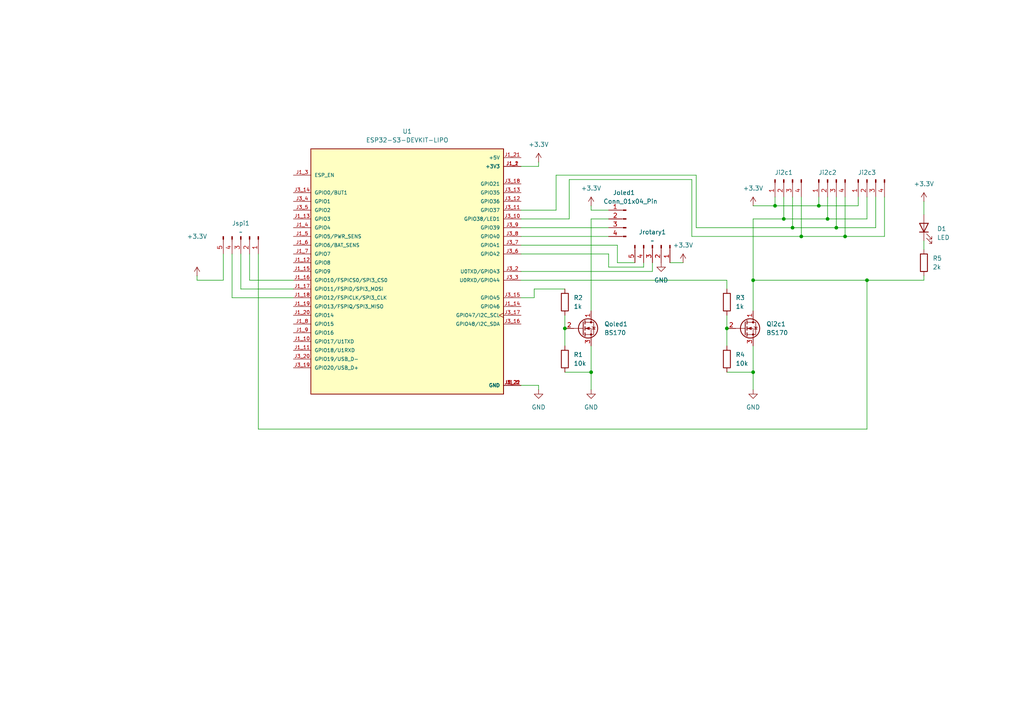
<source format=kicad_sch>
(kicad_sch (version 20250114) (generator "eeschema") (generator_version "9.0")
  (paper "A4")
  (lib_symbols
    (symbol "Connector:Conn_01x04_Pin" (pin_names (offset 1.016) (hide yes))
      (property "Reference" "J" (at 0 5.08 0))
      (property "Value" "Conn_01x04_Pin" (at 0 -7.62 0))
      (symbol "Conn_01x04_Pin_1_1"
        (rectangle (start 0.8636 2.667) (end 0 2.413) (stroke (width 0.1524)) (fill (type outline)))
        (rectangle (start 0.8636 0.127) (end 0 -0.127) (stroke (width 0.1524)) (fill (type outline)))
        (rectangle (start 0.8636 -2.413) (end 0 -2.667) (stroke (width 0.1524)) (fill (type outline)))
        (rectangle (start 0.8636 -4.953) (end 0 -5.207) (stroke (width 0.1524)) (fill (type outline)))
        (polyline (pts (xy 1.27 2.54) (xy 0.8636 2.54)) (stroke (width 0.1524)))
        (polyline (pts (xy 1.27 0) (xy 0.8636 0)) (stroke (width 0.1524)))
        (polyline (pts (xy 1.27 -2.54) (xy 0.8636 -2.54)) (stroke (width 0.1524)))
        (polyline (pts (xy 1.27 -5.08) (xy 0.8636 -5.08)) (stroke (width 0.1524)))
        (pin passive line (at 5.08 2.54 180) (length 3.81) (name "Pin_1") (number "1"))
        (pin passive line (at 5.08 0 180) (length 3.81) (name "Pin_2") (number "2"))
        (pin passive line (at 5.08 -2.54 180) (length 3.81) (name "Pin_3") (number "3"))
        (pin passive line (at 5.08 -5.08 180) (length 3.81) (name "Pin_4") (number "4"))
      )
    )
    (symbol "Connector:Conn_01x05_Pin" (pin_names (offset 1.016) (hide yes))
      (property "Reference" "J" (at 0 7.62 0))
      (property "Value" "Conn_01x05_Pin" (at 0 -7.62 0))
      (symbol "Conn_01x05_Pin_1_1"
        (rectangle (start 0.8636 5.207) (end 0 4.953) (stroke (width 0.1524)) (fill (type outline)))
        (rectangle (start 0.8636 2.667) (end 0 2.413) (stroke (width 0.1524)) (fill (type outline)))
        (rectangle (start 0.8636 0.127) (end 0 -0.127) (stroke (width 0.1524)) (fill (type outline)))
        (rectangle (start 0.8636 -2.413) (end 0 -2.667) (stroke (width 0.1524)) (fill (type outline)))
        (rectangle (start 0.8636 -4.953) (end 0 -5.207) (stroke (width 0.1524)) (fill (type outline)))
        (polyline (pts (xy 1.27 5.08) (xy 0.8636 5.08)) (stroke (width 0.1524)))
        (polyline (pts (xy 1.27 2.54) (xy 0.8636 2.54)) (stroke (width 0.1524)))
        (polyline (pts (xy 1.27 0) (xy 0.8636 0)) (stroke (width 0.1524)))
        (polyline (pts (xy 1.27 -2.54) (xy 0.8636 -2.54)) (stroke (width 0.1524)))
        (polyline (pts (xy 1.27 -5.08) (xy 0.8636 -5.08)) (stroke (width 0.1524)))
        (pin passive line (at 5.08 5.08 180) (length 3.81) (name "Pin_1") (number "1"))
        (pin passive line (at 5.08 2.54 180) (length 3.81) (name "Pin_2") (number "2"))
        (pin passive line (at 5.08 0 180) (length 3.81) (name "Pin_3") (number "3"))
        (pin passive line (at 5.08 -2.54 180) (length 3.81) (name "Pin_4") (number "4"))
        (pin passive line (at 5.08 -5.08 180) (length 3.81) (name "Pin_5") (number "5"))
      )
    )
    (symbol "Device:LED" (pin_numbers (hide yes)) (pin_names (offset 1.016) (hide yes))
      (property "Reference" "D" (at 0 2.54 0))
      (property "Value" "LED" (at 0 -2.54 0))
      (symbol "LED_0_1"
        (polyline (pts (xy -3.048 -0.762) (xy -4.572 -2.286) (xy -3.81 -2.286) (xy -4.572 -2.286) (xy -4.572 -1.524)))
        (polyline (pts (xy -1.778 -0.762) (xy -3.302 -2.286) (xy -2.54 -2.286) (xy -3.302 -2.286) (xy -3.302 -1.524)))
        (polyline (pts (xy -1.27 0) (xy 1.27 0)))
        (polyline (pts (xy -1.27 -1.27) (xy -1.27 1.27)) (stroke (width 0.254)))
        (polyline (pts (xy 1.27 -1.27) (xy 1.27 1.27) (xy -1.27 0) (xy 1.27 -1.27)) (stroke (width 0.254)))
      )
      (symbol "LED_1_1"
        (pin passive line (at -3.81 0 0) (length 2.54) (name "K") (number "1"))
        (pin passive line (at 3.81 0 180) (length 2.54) (name "A") (number "2"))
      )
    )
    (symbol "Device:R" (pin_numbers (hide yes)) (pin_names (offset 0))
      (property "Reference" "R" (at 2.032 0 90))
      (property "Value" "R" (at 0 0 90))
      (symbol "R_0_1"
        (rectangle (start -1.016 -2.54) (end 1.016 2.54) (stroke (width 0.254)))
      )
      (symbol "R_1_1"
        (pin passive line (at 0 3.81 270) (length 1.27) (name "~") (number "1"))
        (pin passive line (at 0 -3.81 90) (length 1.27) (name "~") (number "2"))
      )
    )
    (symbol "Olimex ESP32 S3 LiPo Devkit:ESP32-S3-DEVKIT-LIPO" (pin_names (offset 1.016))
      (property "Reference" "U" (at -27.94 38.1 0))
      (property "Value" "ESP32-S3-DEVKIT-LIPO" (at -27.94 -38.1 0))
      (symbol "ESP32-S3-DEVKIT-LIPO_0_0"
        (rectangle (start -27.94 -35.56) (end 27.94 35.56) (stroke (width 0.254)) (fill (type background)))
        (pin input line (at -33.02 27.94 0) (length 5.08) (name "ESP_EN") (number "J1_3"))
        (pin bidirectional line (at -33.02 22.86 0) (length 5.08) (name "GPIO0/BUT1") (number "J3_14"))
        (pin bidirectional line (at -33.02 20.32 0) (length 5.08) (name "GPIO1") (number "J3_4"))
        (pin bidirectional line (at -33.02 17.78 0) (length 5.08) (name "GPIO2") (number "J3_5"))
        (pin bidirectional line (at -33.02 15.24 0) (length 5.08) (name "GPIO3") (number "J1_13"))
        (pin bidirectional line (at -33.02 12.7 0) (length 5.08) (name "GPIO4") (number "J1_4"))
        (pin bidirectional line (at -33.02 10.16 0) (length 5.08) (name "GPIO5/PWR_SENS") (number "J1_5"))
        (pin bidirectional line (at -33.02 7.62 0) (length 5.08) (name "GPIO6/BAT_SENS") (number "J1_6"))
        (pin bidirectional line (at -33.02 5.08 0) (length 5.08) (name "GPIO7") (number "J1_7"))
        (pin bidirectional line (at -33.02 2.54 0) (length 5.08) (name "GPIO8") (number "J1_12"))
        (pin bidirectional line (at -33.02 0 0) (length 5.08) (name "GPIO9") (number "J1_15"))
        (pin bidirectional line (at -33.02 -2.54 0) (length 5.08) (name "GPIO10/FSPICS0/SPI3_CS0") (number "J1_16"))
        (pin bidirectional line (at -33.02 -5.08 0) (length 5.08) (name "GPIO11/FSPID/SPI3_MOSI") (number "J1_17"))
        (pin bidirectional line (at -33.02 -7.62 0) (length 5.08) (name "GPIO12/FSPICLK/SPI3_CLK") (number "J1_18"))
        (pin bidirectional line (at -33.02 -10.16 0) (length 5.08) (name "GPIO13/FSPIQ/SPI3_MISO") (number "J1_19"))
        (pin bidirectional line (at -33.02 -12.7 0) (length 5.08) (name "GPIO14") (number "J1_20"))
        (pin bidirectional line (at -33.02 -15.24 0) (length 5.08) (name "GPIO15") (number "J1_8"))
        (pin bidirectional line (at -33.02 -17.78 0) (length 5.08) (name "GPIO16") (number "J1_9"))
        (pin bidirectional line (at -33.02 -20.32 0) (length 5.08) (name "GPIO17/U1TXD") (number "J1_10"))
        (pin bidirectional line (at -33.02 -22.86 0) (length 5.08) (name "GPIO18/U1RXD") (number "J1_11"))
        (pin bidirectional line (at -33.02 -25.4 0) (length 5.08) (name "GPIO19/USB_D-") (number "J3_20"))
        (pin bidirectional line (at -33.02 -27.94 0) (length 5.08) (name "GPIO20/USB_D+") (number "J3_19"))
        (pin power_in line (at 33.02 33.02 180) (length 5.08) (name "+5V") (number "J1_21"))
        (pin power_in line (at 33.02 30.48 180) (length 5.08) (name "+3V3") (number "J1_1"))
        (pin power_in line (at 33.02 30.48 180) (length 5.08) (name "+3V3") (number "J1_2"))
        (pin bidirectional line (at 33.02 25.4 180) (length 5.08) (name "GPIO21") (number "J3_18"))
        (pin bidirectional line (at 33.02 22.86 180) (length 5.08) (name "GPIO35") (number "J3_13"))
        (pin bidirectional line (at 33.02 20.32 180) (length 5.08) (name "GPIO36") (number "J3_12"))
        (pin bidirectional line (at 33.02 17.78 180) (length 5.08) (name "GPIO37") (number "J3_11"))
        (pin bidirectional line (at 33.02 15.24 180) (length 5.08) (name "GPIO38/LED1") (number "J3_10"))
        (pin bidirectional line (at 33.02 12.7 180) (length 5.08) (name "GPIO39") (number "J3_9"))
        (pin bidirectional line (at 33.02 10.16 180) (length 5.08) (name "GPIO40") (number "J3_8"))
        (pin bidirectional line (at 33.02 7.62 180) (length 5.08) (name "GPIO41") (number "J3_7"))
        (pin bidirectional line (at 33.02 5.08 180) (length 5.08) (name "GPIO42") (number "J3_6"))
        (pin bidirectional line (at 33.02 0 180) (length 5.08) (name "U0TXD/GPIO43") (number "J3_2"))
        (pin bidirectional line (at 33.02 -2.54 180) (length 5.08) (name "U0RXD/GPIO44") (number "J3_3"))
        (pin bidirectional line (at 33.02 -7.62 180) (length 5.08) (name "GPIO45") (number "J3_15"))
        (pin bidirectional line (at 33.02 -10.16 180) (length 5.08) (name "GPIO46") (number "J1_14"))
        (pin bidirectional clock (at 33.02 -12.7 180) (length 5.08) (name "GPIO47/I2C_SCL") (number "J3_17"))
        (pin bidirectional line (at 33.02 -15.24 180) (length 5.08) (name "GPIO48/I2C_SDA") (number "J3_16"))
        (pin power_in line (at 33.02 -33.02 180) (length 5.08) (name "GND") (number "J1_22"))
        (pin power_in line (at 33.02 -33.02 180) (length 5.08) (name "GND") (number "J3_1"))
        (pin power_in line (at 33.02 -33.02 180) (length 5.08) (name "GND") (number "J3_21"))
        (pin power_in line (at 33.02 -33.02 180) (length 5.08) (name "GND") (number "J3_22"))
      )
    )
    (symbol "Transistor_FET:BS170" (pin_names (hide yes))
      (property "Reference" "Q" (at 5.08 1.905 0))
      (property "Value" "BS170" (at 5.08 0 0))
      (symbol "BS170_0_1"
        (polyline (pts (xy 0.254 1.905) (xy 0.254 -1.905)) (stroke (width 0.254)))
        (polyline (pts (xy 0.254 0) (xy -2.54 0)))
        (polyline (pts (xy 0.762 2.286) (xy 0.762 1.27)) (stroke (width 0.254)))
        (polyline (pts (xy 0.762 0.508) (xy 0.762 -0.508)) (stroke (width 0.254)))
        (polyline (pts (xy 0.762 -1.27) (xy 0.762 -2.286)) (stroke (width 0.254)))
        (polyline (pts (xy 0.762 -1.778) (xy 3.302 -1.778) (xy 3.302 1.778) (xy 0.762 1.778)))
        (polyline (pts (xy 1.016 0) (xy 2.032 0.381) (xy 2.032 -0.381) (xy 1.016 0)) (fill (type outline)))
        (circle (center 1.651 0) (radius 2.794) (stroke (width 0.254)))
        (polyline (pts (xy 2.54 2.54) (xy 2.54 1.778)))
        (circle (center 2.54 1.778) (radius 0.254) (fill (type outline)))
        (circle (center 2.54 -1.778) (radius 0.254) (fill (type outline)))
        (polyline (pts (xy 2.54 -2.54) (xy 2.54 0) (xy 0.762 0)))
        (polyline (pts (xy 2.794 0.508) (xy 2.921 0.381) (xy 3.683 0.381) (xy 3.81 0.254)))
        (polyline (pts (xy 3.302 0.381) (xy 2.921 -0.254) (xy 3.683 -0.254) (xy 3.302 0.381)))
      )
      (symbol "BS170_1_1"
        (pin input line (at -5.08 0 0) (length 2.54) (name "G") (number "2"))
        (pin passive line (at 2.54 5.08 270) (length 2.54) (name "D") (number "1"))
        (pin passive line (at 2.54 -5.08 90) (length 2.54) (name "S") (number "3"))
      )
    )
    (symbol "power:+3.3V" (power) (pin_numbers (hide yes)) (pin_names (offset 0) (hide yes))
      (property "Value" "+3.3V" (at 0 3.556 0))
      (symbol "+3.3V_0_1"
        (polyline (pts (xy -0.762 1.27) (xy 0 2.54)))
        (polyline (pts (xy 0 2.54) (xy 0.762 1.27)))
        (polyline (pts (xy 0 0) (xy 0 2.54)))
      )
      (symbol "+3.3V_1_1"
        (pin power_in line (at 0 0 90) (length 0) (name "~") (number "1"))
      )
    )
    (symbol "power:GND" (power) (pin_numbers (hide yes)) (pin_names (offset 0) (hide yes))
      (property "Value" "GND" (at 0 -3.81 0))
      (symbol "GND_0_1"
        (polyline (pts (xy 0 0) (xy 0 -1.27) (xy 1.27 -1.27) (xy 0 -2.54) (xy -1.27 -1.27) (xy 0 -1.27)))
      )
      (symbol "GND_1_1"
        (pin power_in line (at 0 0 270) (length 0) (name "~") (number "1"))
      )
    )
  )
  (junction (at 218.44 81.28))
  (junction (at 242.57 66.04))
  (junction (at 229.87 66.04))
  (junction (at 232.41 68.58))
  (junction (at 240.03 63.5))
  (junction (at 251.46 81.28))
  (junction (at 227.33 63.5))
  (junction (at 218.44 107.95))
  (junction (at 237.49 59.69))
  (junction (at 245.11 68.58))
  (junction (at 224.79 59.69))
  (junction (at 171.45 107.95))
  (junction (at 163.83 95.25))
  (junction (at 210.82 95.25))
  (wire (pts (xy 176.53 60.96) (xy 171.45 60.96)))
  (wire (pts (xy 165.1 63.5) (xy 165.1 52.07)))
  (wire (pts (xy 251.46 124.46) (xy 251.46 81.28)))
  (wire (pts (xy 254 66.04) (xy 254 57.15)))
  (wire (pts (xy 151.13 68.58) (xy 176.53 68.58)))
  (wire (pts (xy 200.66 52.07) (xy 200.66 68.58)))
  (wire (pts (xy 161.29 50.8) (xy 201.93 50.8)))
  (wire (pts (xy 251.46 63.5) (xy 251.46 57.15)))
  (wire (pts (xy 267.97 80.01) (xy 267.97 81.28)))
  (wire (pts (xy 218.44 100.33) (xy 218.44 107.95)))
  (wire (pts (xy 151.13 48.26) (xy 156.21 48.26)))
  (wire (pts (xy 224.79 59.69) (xy 224.79 57.15)))
  (wire (pts (xy 240.03 63.5) (xy 240.03 57.15)))
  (wire (pts (xy 74.93 73.66) (xy 74.93 124.46)))
  (wire (pts (xy 229.87 66.04) (xy 229.87 57.15)))
  (wire (pts (xy 156.21 48.26) (xy 156.21 46.99)))
  (wire (pts (xy 218.44 63.5) (xy 227.33 63.5)))
  (wire (pts (xy 218.44 107.95) (xy 218.44 113.03)))
  (wire (pts (xy 176.53 73.66) (xy 176.53 77.47)))
  (wire (pts (xy 151.13 63.5) (xy 165.1 63.5)))
  (wire (pts (xy 201.93 50.8) (xy 201.93 66.04)))
  (wire (pts (xy 200.66 68.58) (xy 232.41 68.58)))
  (wire (pts (xy 171.45 100.33) (xy 171.45 107.95)))
  (wire (pts (xy 176.53 63.5) (xy 171.45 63.5)))
  (wire (pts (xy 218.44 59.69) (xy 224.79 59.69)))
  (wire (pts (xy 69.85 83.82) (xy 69.85 73.66)))
  (wire (pts (xy 151.13 66.04) (xy 176.53 66.04)))
  (wire (pts (xy 210.82 91.44) (xy 210.82 95.25)))
  (wire (pts (xy 210.82 81.28) (xy 210.82 83.82)))
  (wire (pts (xy 57.15 81.28) (xy 57.15 80.01)))
  (wire (pts (xy 163.83 91.44) (xy 163.83 95.25)))
  (wire (pts (xy 67.31 86.36) (xy 67.31 73.66)))
  (wire (pts (xy 251.46 81.28) (xy 267.97 81.28)))
  (wire (pts (xy 151.13 60.96) (xy 161.29 60.96)))
  (wire (pts (xy 163.83 107.95) (xy 171.45 107.95)))
  (wire (pts (xy 224.79 59.69) (xy 237.49 59.69)))
  (wire (pts (xy 256.54 68.58) (xy 256.54 57.15)))
  (wire (pts (xy 201.93 66.04) (xy 229.87 66.04)))
  (wire (pts (xy 245.11 68.58) (xy 256.54 68.58)))
  (wire (pts (xy 151.13 78.74) (xy 189.23 78.74)))
  (wire (pts (xy 232.41 68.58) (xy 245.11 68.58)))
  (wire (pts (xy 218.44 81.28) (xy 218.44 90.17)))
  (wire (pts (xy 85.09 86.36) (xy 67.31 86.36)))
  (wire (pts (xy 171.45 60.96) (xy 171.45 59.69)))
  (wire (pts (xy 64.77 81.28) (xy 57.15 81.28)))
  (wire (pts (xy 85.09 83.82) (xy 69.85 83.82)))
  (wire (pts (xy 210.82 100.33) (xy 210.82 95.25)))
  (wire (pts (xy 154.94 83.82) (xy 163.83 83.82)))
  (wire (pts (xy 171.45 107.95) (xy 171.45 113.03)))
  (wire (pts (xy 179.07 71.12) (xy 179.07 76.2)))
  (wire (pts (xy 242.57 66.04) (xy 254 66.04)))
  (wire (pts (xy 227.33 63.5) (xy 240.03 63.5)))
  (wire (pts (xy 210.82 107.95) (xy 218.44 107.95)))
  (wire (pts (xy 151.13 71.12) (xy 179.07 71.12)))
  (wire (pts (xy 179.07 76.2) (xy 184.15 76.2)))
  (wire (pts (xy 218.44 63.5) (xy 218.44 81.28)))
  (wire (pts (xy 237.49 57.15) (xy 237.49 59.69)))
  (wire (pts (xy 64.77 73.66) (xy 64.77 81.28)))
  (wire (pts (xy 165.1 52.07) (xy 200.66 52.07)))
  (wire (pts (xy 248.92 59.69) (xy 237.49 59.69)))
  (wire (pts (xy 171.45 63.5) (xy 171.45 90.17)))
  (wire (pts (xy 85.09 81.28) (xy 72.39 81.28)))
  (wire (pts (xy 156.21 113.03) (xy 156.21 111.76)))
  (wire (pts (xy 267.97 58.42) (xy 267.97 62.23)))
  (wire (pts (xy 151.13 81.28) (xy 210.82 81.28)))
  (wire (pts (xy 232.41 68.58) (xy 232.41 57.15)))
  (wire (pts (xy 154.94 86.36) (xy 154.94 83.82)))
  (wire (pts (xy 229.87 66.04) (xy 242.57 66.04)))
  (wire (pts (xy 227.33 63.5) (xy 227.33 57.15)))
  (wire (pts (xy 267.97 69.85) (xy 267.97 72.39)))
  (wire (pts (xy 151.13 73.66) (xy 176.53 73.66)))
  (wire (pts (xy 248.92 57.15) (xy 248.92 59.69)))
  (wire (pts (xy 240.03 63.5) (xy 251.46 63.5)))
  (wire (pts (xy 151.13 111.76) (xy 156.21 111.76)))
  (wire (pts (xy 194.31 76.2) (xy 198.12 76.2)))
  (wire (pts (xy 245.11 57.15) (xy 245.11 68.58)))
  (wire (pts (xy 72.39 81.28) (xy 72.39 73.66)))
  (wire (pts (xy 163.83 100.33) (xy 163.83 95.25)))
  (wire (pts (xy 161.29 60.96) (xy 161.29 50.8)))
  (wire (pts (xy 151.13 86.36) (xy 154.94 86.36)))
  (wire (pts (xy 176.53 77.47) (xy 186.69 77.47)))
  (wire (pts (xy 186.69 77.47) (xy 186.69 76.2)))
  (wire (pts (xy 242.57 66.04) (xy 242.57 57.15)))
  (wire (pts (xy 189.23 78.74) (xy 189.23 76.2)))
  (wire (pts (xy 218.44 81.28) (xy 251.46 81.28)))
  (wire (pts (xy 74.93 124.46) (xy 251.46 124.46)))
  (symbol (lib_id "power:GND") (at 218.44 113.03 0) (unit 1)
    (property "Reference" "#PWR06" (effects (hide yes)))
    (property "Value" "GND" (at 218.44 118.11 0))
    (property "Description" "Power symbol creates a global label with name \"GND\" , ground" (effects (hide yes)))
  )
  (symbol (lib_id "power:GND") (at 191.77 76.2 0) (unit 1)
    (property "Reference" "#PWR07" (effects (hide yes)))
    (property "Value" "GND" (at 191.77 81.28 0))
    (property "Description" "Power symbol creates a global label with name \"GND\" , ground" (effects (hide yes)))
  )
  (symbol (lib_id "Connector:Conn_01x04_Pin") (at 181.61 63.5 0) (mirror y) (unit 1)
    (property "Reference" "Joled1" (at 180.975 55.88 0))
    (property "Value" "Conn_01x04_Pin" (at 182.88 58.42 0))
    (property "Footprint" "Connector_PinHeader_2.00mm:PinHeader_1x04_P2.00mm_Vertical" (effects (hide yes)))
    (property "Description" "Generic connector, single row, 01x04, script generated" (effects (hide yes)))
  )
  (symbol (lib_id "Transistor_FET:BS170") (at 168.91 95.25 0) (unit 1)
    (property "Reference" "Qoled1" (at 175.26 93.9799 0) (effects (justify left)))
    (property "Value" "BS170" (at 175.26 96.5199 0) (effects (justify left)))
    (property "Footprint" "Package_TO_SOT_THT:TO-92_Inline" (effects (hide yes)))
    (property "Datasheet" "https://www.onsemi.com/pub/Collateral/BS170-D.PDF" (effects (hide yes)))
    (property "Description" "0.5A Id, 60V Vds, N-Channel MOSFET, TO-92" (effects (hide yes)))
  )
  (symbol (lib_id "Device:R") (at 210.82 87.63 180) (unit 1)
    (property "Reference" "R3" (at 213.36 86.3599 0) (effects (justify right)))
    (property "Value" "1k" (at 213.36 88.8999 0) (effects (justify right)))
    (property "Footprint" "Resistor_THT:R_Axial_DIN0207_L6.3mm_D2.5mm_P7.62mm_Horizontal" (effects (hide yes)))
    (property "Description" "Resistor" (effects (hide yes)))
  )
  (symbol (lib_id "power:+3.3V") (at 267.97 58.42 0) (unit 1)
    (property "Reference" "#PWR010" (effects (hide yes)))
    (property "Value" "+3.3V" (at 267.97 53.34 0))
    (property "Description" "Power symbol creates a global label with name \"+3.3V\"" (effects (hide yes)))
  )
  (symbol (lib_id "Olimex ESP32 S3 LiPo Devkit:ESP32-S3-DEVKIT-LIPO") (at 118.11 78.74 0) (unit 1)
    (property "Reference" "U1" (at 118.11 38.1 0))
    (property "Value" "ESP32-S3-DEVKIT-LIPO" (at 118.11 40.64 0))
    (property "Footprint" "Olimex ESP32 S3 LiPo Devkit:XCVR_ESP32-S3-DEVKIT-LIPO" (effects (hide yes)))
    (property "MF" "Olimex LTD" (effects (hide yes)))
    (property "Description_1" "WiFi Development Tools - 802.11 Development board for ESP32-S3 with 8MB RAM and 8MB Flash capable to run Linux Kernel 6.x" (effects (hide yes)))
    (property "Package" "None" (effects (hide yes)))
    (property "Price" "None" (effects (hide yes)))
    (property "Check_prices" "https://www.snapeda.com/parts/ESP32-S3-DEVKIT-LIPO/Olimex/view-part/?ref=eda" (effects (hide yes)))
    (property "STANDARD" "Manufacturer Recommendations" (effects (hide yes)))
    (property "PARTREV" "B" (effects (hide yes)))
    (property "SnapEDA_Link" "https://www.snapeda.com/parts/ESP32-S3-DEVKIT-LIPO/Olimex/view-part/?ref=snap" (effects (hide yes)))
    (property "MP" "ESP32-S3-DEVKIT-LIPO" (effects (hide yes)))
    (property "Availability" "In Stock" (effects (hide yes)))
    (property "MANUFACTURER" "Olimex LTD" (effects (hide yes)))
  )
  (symbol (lib_id "Transistor_FET:BS170") (at 215.9 95.25 0) (unit 1)
    (property "Reference" "Qi2c1" (at 222.25 93.9799 0) (effects (justify left)))
    (property "Value" "BS170" (at 222.25 96.5199 0) (effects (justify left)))
    (property "Footprint" "Package_TO_SOT_THT:TO-92_Inline" (effects (hide yes)))
    (property "Datasheet" "https://www.onsemi.com/pub/Collateral/BS170-D.PDF" (effects (hide yes)))
    (property "Description" "0.5A Id, 60V Vds, N-Channel MOSFET, TO-92" (effects (hide yes)))
  )
  (symbol (lib_id "Connector:Conn_01x04_Pin") (at 240.03 52.07 90) (mirror x) (unit 1)
    (property "Reference" "Ji2c2" (at 240.03 50.038 90))
    (property "Value" "Conn_01x04_Pin" (effects (hide yes)))
    (property "Footprint" "Connector_PinHeader_2.00mm:PinHeader_1x04_P2.00mm_Vertical" (effects (hide yes)))
    (property "Description" "Generic connector, single row, 01x04, script generated" (effects (hide yes)))
  )
  (symbol (lib_id "Device:R") (at 163.83 87.63 180) (unit 1)
    (property "Reference" "R2" (at 166.37 86.3599 0) (effects (justify right)))
    (property "Value" "1k" (at 166.37 88.8999 0) (effects (justify right)))
    (property "Footprint" "Resistor_THT:R_Axial_DIN0207_L6.3mm_D2.5mm_P7.62mm_Horizontal" (effects (hide yes)))
    (property "Description" "Resistor" (effects (hide yes)))
  )
  (symbol (lib_id "power:GND") (at 171.45 113.03 0) (unit 1)
    (property "Reference" "#PWR03" (effects (hide yes)))
    (property "Value" "GND" (at 171.45 118.11 0))
    (property "Description" "Power symbol creates a global label with name \"GND\" , ground" (effects (hide yes)))
  )
  (symbol (lib_id "Device:LED") (at 267.97 66.04 90) (unit 1)
    (property "Reference" "D1" (at 271.78 66.3574 90) (effects (justify right)))
    (property "Value" "LED" (at 271.78 68.8974 90) (effects (justify right)))
    (property "Footprint" "LED_THT:LED_D3.0mm" (effects (hide yes)))
    (property "Description" "Light emitting diode" (effects (hide yes)))
    (property "Sim.Pins" "1=K 2=A" (effects (hide yes)))
  )
  (symbol (lib_id "power:+3.3V") (at 171.45 59.69 0) (unit 1)
    (property "Reference" "#PWR04" (effects (hide yes)))
    (property "Value" "+3.3V" (at 171.45 54.61 0))
    (property "Description" "Power symbol creates a global label with name \"+3.3V\"" (effects (hide yes)))
  )
  (symbol (lib_id "Device:R") (at 210.82 104.14 180) (unit 1)
    (property "Reference" "R4" (at 213.36 102.8699 0) (effects (justify right)))
    (property "Value" "10k" (at 213.36 105.4099 0) (effects (justify right)))
    (property "Footprint" "Resistor_THT:R_Axial_DIN0207_L6.3mm_D2.5mm_P7.62mm_Horizontal" (effects (hide yes)))
    (property "Description" "Resistor" (effects (hide yes)))
  )
  (symbol (lib_id "power:+3.3V") (at 57.15 80.01 0) (unit 1)
    (property "Reference" "#PWR09" (effects (hide yes)))
    (property "Value" "+3.3V" (at 57.15 68.58 0))
    (property "Description" "Power symbol creates a global label with name \"+3.3V\"" (effects (hide yes)))
  )
  (symbol (lib_id "Connector:Conn_01x04_Pin") (at 251.46 52.07 90) (mirror x) (unit 1)
    (property "Reference" "Ji2c3" (at 251.46 50.038 90))
    (property "Value" "Conn_01x04_Pin" (effects (hide yes)))
    (property "Footprint" "Connector_PinHeader_2.00mm:PinHeader_1x04_P2.00mm_Vertical" (effects (hide yes)))
    (property "Description" "Generic connector, single row, 01x04, script generated" (effects (hide yes)))
  )
  (symbol (lib_id "Device:R") (at 267.97 76.2 0) (unit 1)
    (property "Reference" "R5" (at 270.51 74.9299 0) (effects (justify left)))
    (property "Value" "2k" (at 270.51 77.4699 0) (effects (justify left)))
    (property "Footprint" "Resistor_THT:R_Axial_DIN0207_L6.3mm_D2.5mm_P7.62mm_Horizontal" (effects (hide yes)))
    (property "Description" "Resistor" (effects (hide yes)))
  )
  (symbol (lib_id "power:+3.3V") (at 156.21 46.99 0) (unit 1)
    (property "Reference" "#PWR01" (effects (hide yes)))
    (property "Value" "+3.3V" (at 156.21 41.91 0))
    (property "Description" "Power symbol creates a global label with name \"+3.3V\"" (effects (hide yes)))
  )
  (symbol (lib_id "Connector:Conn_01x04_Pin") (at 227.33 52.07 90) (mirror x) (unit 1)
    (property "Reference" "Ji2c1" (at 227.33 50.038 90))
    (property "Value" "Conn_01x04_Pin" (effects (hide yes)))
    (property "Footprint" "Connector_PinHeader_2.00mm:PinHeader_1x04_P2.00mm_Vertical" (effects (hide yes)))
    (property "Description" "Generic connector, single row, 01x04, script generated" (effects (hide yes)))
  )
  (symbol (lib_id "power:+3.3V") (at 198.12 76.2 0) (unit 1)
    (property "Reference" "#PWR08" (effects (hide yes)))
    (property "Value" "+3.3V" (at 198.12 71.12 0))
    (property "Description" "Power symbol creates a global label with name \"+3.3V\"" (effects (hide yes)))
  )
  (symbol (lib_id "Connector:Conn_01x05_Pin") (at 189.23 71.12 270) (unit 1)
    (property "Reference" "Jrotary1" (at 189.23 67.31 90))
    (property "Value" "~" (at 189.23 69.85 90))
    (property "Footprint" "Connector_PinHeader_2.00mm:PinHeader_1x05_P2.00mm_Vertical" (effects (hide yes)))
    (property "Description" "Generic connector, single row, 01x05, script generated" (effects (hide yes)))
  )
  (symbol (lib_id "power:GND") (at 156.21 113.03 0) (unit 1)
    (property "Reference" "#PWR02" (effects (hide yes)))
    (property "Value" "GND" (at 156.21 118.11 0))
    (property "Description" "Power symbol creates a global label with name \"GND\" , ground" (effects (hide yes)))
  )
  (symbol (lib_id "Connector:Conn_01x05_Pin") (at 69.85 68.58 270) (unit 1)
    (property "Reference" "Jspi1" (at 69.85 64.77 90))
    (property "Value" "~" (at 69.85 67.31 90))
    (property "Footprint" "Connector_PinHeader_2.00mm:PinHeader_1x05_P2.00mm_Vertical" (effects (hide yes)))
    (property "Description" "Generic connector, single row, 01x05, script generated" (effects (hide yes)))
  )
  (symbol (lib_id "power:+3.3V") (at 218.44 59.69 0) (unit 1)
    (property "Reference" "#PWR05" (effects (hide yes)))
    (property "Value" "+3.3V" (at 218.44 54.61 0))
    (property "Description" "Power symbol creates a global label with name \"+3.3V\"" (effects (hide yes)))
  )
  (symbol (lib_id "Device:R") (at 163.83 104.14 180) (unit 1)
    (property "Reference" "R1" (at 166.37 102.8699 0) (effects (justify right)))
    (property "Value" "10k" (at 166.37 105.4099 0) (effects (justify right)))
    (property "Footprint" "Resistor_THT:R_Axial_DIN0207_L6.3mm_D2.5mm_P7.62mm_Horizontal" (effects (hide yes)))
    (property "Description" "Resistor" (effects (hide yes)))
  )
)
</source>
